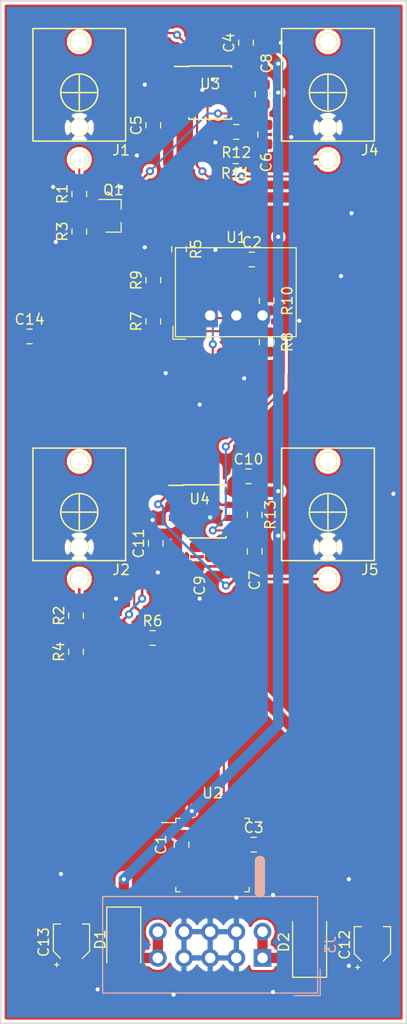
<source format=kicad_pcb>
(kicad_pcb (version 20171130) (host pcbnew 5.0.2+dfsg1-1~bpo9+1)
  (layers (0 F.Cu signal) (31 B.Cu signal) (34 B.Paste user) (35 F.Paste user) (36 B.SilkS user) (37 F.SilkS user) (38 B.Mask user) (39 F.Mask user) (44 Edge.Cuts user))
  (net 0 "")
  (net 1 "Net-(C6-Pad2)")
  (net 2 "Net-(C8-Pad1)")
  (net 3 GND)
  (net 4 "Net-(R10-Pad1)")
  (net 5 "Net-(J5-Pad1)")
  (net 6 "Net-(J4-Pad1)")
  (net 7 "Net-(C9-Pad1)")
  (net 8 "Net-(C7-Pad1)")
  (net 9 "Net-(C7-Pad2)")
  (net 10 "Net-(C6-Pad1)")
  (net 11 "Net-(R7-Pad2)")
  (net 12 "Net-(Q2-Pad3)")
  (net 13 +5V)
  (net 14 "Net-(J1-Pad1)")
  (net 15 "Net-(Q1-Pad1)")
  (net 16 "Net-(Q2-Pad1)")
  (net 17 "Net-(J2-Pad1)")
  (net 18 +12V)
  (net 19 "Net-(U2-Pad4)")
  (net 20 -12V)
  (net 21 "Net-(U1-Pad2)")
  (net 22 "Net-(U1-Pad12)")
  (net 23 "Net-(J4-Pad3)")
  (net 24 "Net-(J1-Pad3)")
  (net 25 "Net-(J5-Pad3)")
  (net 26 "Net-(D2-Pad1)")
  (net 27 "Net-(D1-Pad2)")
  (net 28 /-1.65V)
  (net 29 "Net-(R10-Pad2)")
  (net 30 "Net-(R11-Pad2)")
  (net 31 /1.65V)
  (net 32 "Net-(R8-Pad2)")
  (net 33 "Net-(R2-Pad2)")
  (net 34 "Net-(R6-Pad1)")
  (net 35 +3V3)
  (net 36 TRIG)
  (net 37 "Net-(R13-Pad2)")
  (net 38 DAC_OUT)
  (net 39 "Net-(U2-Pad2)")
  (net 40 "Net-(U2-Pad3)")
  (net 41 "Net-(U2-Pad5)")
  (net 42 "Net-(U2-Pad6)")
  (net 43 /nRST)
  (net 44 /ADC0)
  (net 45 /ADC1)
  (net 46 /ADC2)
  (net 47 /ADC3)
  (net 48 "Net-(J2-Pad6)")
  (net 49 /DAC2)
  (net 50 "Net-(U2-Pad19)")
  (net 51 "Net-(U2-Pad20)")
  (net 52 "Net-(U2-Pad21)")
  (net 53 "Net-(U2-Pad22)")
  (net 54 /Vrefsd)
  (net 55 "Net-(U2-Pad26)")
  (net 56 "Net-(U2-Pad27)")
  (net 57 "Net-(U2-Pad28)")
  (net 58 "Net-(U2-Pad29)")
  (net 59 /USART1_TX)
  (net 60 /USART1_RX)
  (net 61 "Net-(U2-Pad32)")
  (net 62 "Net-(U2-Pad33)")
  (net 63 "Net-(U2-Pad34)")
  (net 64 "Net-(U2-Pad35)")
  (net 65 "Net-(U2-Pad36)")
  (net 66 SWCLK)
  (net 67 SWDIO)
  (net 68 "Net-(J5-Pad2)")
  (net 69 "Net-(J5-Pad4)")
  (net 70 "Net-(J5-Pad5)")
  (net 71 /BOOT0)
  (net 72 "Net-(J5-Pad8)")
  (net 73 "Net-(J5-Pad9)")
  (module Capacitor_SMD:C_0805_2012Metric (layer F.Cu) (at 140.208 78.994)
    (fp_text reference C14 (at 0 -1.65) (layer F.SilkS))
    (fp_text value 1uF)
    (pad 1 smd roundrect (at -0.9375 0) (size 0.975 1.4) (layers F.Cu F.Paste F.Mask) (net 18 +12V))
    (pad 2 smd roundrect (at 0.9375 0) (size 0.975 1.4) (layers F.Cu F.Paste F.Mask) (net 3 GND))
  )
  (module Converter_DCDC:Converter_DCDC_RECOM_R-78E-0.5_THT (layer F.Cu) (at 157.734 76.962)
    (fp_text reference U1 (at 2.54 -7.56) (layer F.SilkS))
    (fp_text value R-783.3-0.5)
    (pad 1 thru_hole rect (at 0 0) (size 1.5 2.3) (drill 1) (layers *.Cu *.Mask) (net 18 +12V))
    (pad 2 thru_hole oval (at 2.54 0) (size 1.5 2.3) (drill 1) (layers *.Cu *.Mask) (net 3 GND))
    (pad 3 thru_hole oval (at 5.08 0) (size 1.5 2.3) (drill 1) (layers *.Cu *.Mask) (net 35 +3V3))
  )
  (module Package_QFP:LQFP-48_7x7mm_P0.5mm (layer F.Cu) (at 157.96 129.224)
    (fp_text reference U2 (at 0 -6) (layer F.SilkS))
    (fp_text value STM32F373CCTx)
    (pad 1 smd rect (at -4.35 -2.75) (size 1.3 0.25) (layers F.Cu F.Paste F.Mask) (net 35 +3V3))
    (pad 2 smd rect (at -4.35 -2.25) (size 1.3 0.25) (layers F.Cu F.Paste F.Mask) (net 39 "Net-(U2-Pad2)"))
    (pad 3 smd rect (at -4.35 -1.75) (size 1.3 0.25) (layers F.Cu F.Paste F.Mask) (net 40 "Net-(U2-Pad3)"))
    (pad 4 smd rect (at -4.35 -1.25) (size 1.3 0.25) (layers F.Cu F.Paste F.Mask) (net 19 "Net-(U2-Pad4)"))
    (pad 5 smd rect (at -4.35 -0.75) (size 1.3 0.25) (layers F.Cu F.Paste F.Mask) (net 41 "Net-(U2-Pad5)"))
    (pad 6 smd rect (at -4.35 -0.25) (size 1.3 0.25) (layers F.Cu F.Paste F.Mask) (net 42 "Net-(U2-Pad6)"))
    (pad 7 smd rect (at -4.35 0.25) (size 1.3 0.25) (layers F.Cu F.Paste F.Mask) (net 43 /nRST))
    (pad 8 smd rect (at -4.35 0.75) (size 1.3 0.25) (layers F.Cu F.Paste F.Mask) (net 3 GND))
    (pad 9 smd rect (at -4.35 1.25) (size 1.3 0.25) (layers F.Cu F.Paste F.Mask) (net 35 +3V3))
    (pad 10 smd rect (at -4.35 1.75) (size 1.3 0.25) (layers F.Cu F.Paste F.Mask) (net 44 /ADC0))
    (pad 11 smd rect (at -4.35 2.25) (size 1.3 0.25) (layers F.Cu F.Paste F.Mask) (net 45 /ADC1))
    (pad 12 smd rect (at -4.35 2.75) (size 1.3 0.25) (layers F.Cu F.Paste F.Mask) (net 46 /ADC2))
    (pad 13 smd rect (at -2.75 4.35 90) (size 1.3 0.25) (layers F.Cu F.Paste F.Mask) (net 47 /ADC3))
    (pad 14 smd rect (at -2.25 4.35 90) (size 1.3 0.25) (layers F.Cu F.Paste F.Mask) (net 38 DAC_OUT))
    (pad 15 smd rect (at -1.75 4.35 90) (size 1.3 0.25) (layers F.Cu F.Paste F.Mask) (net 48 "Net-(J2-Pad6)"))
    (pad 16 smd rect (at -1.25 4.35 90) (size 1.3 0.25) (layers F.Cu F.Paste F.Mask) (net 49 /DAC2))
    (pad 17 smd rect (at -0.75 4.35 90) (size 1.3 0.25) (layers F.Cu F.Paste F.Mask) (net 35 +3V3))
    (pad 18 smd rect (at -0.25 4.35 90) (size 1.3 0.25) (layers F.Cu F.Paste F.Mask) (net 36 TRIG))
    (pad 19 smd rect (at 0.25 4.35 90) (size 1.3 0.25) (layers F.Cu F.Paste F.Mask) (net 50 "Net-(U2-Pad19)"))
    (pad 20 smd rect (at 0.75 4.35 90) (size 1.3 0.25) (layers F.Cu F.Paste F.Mask) (net 51 "Net-(U2-Pad20)"))
    (pad 21 smd rect (at 1.25 4.35 90) (size 1.3 0.25) (layers F.Cu F.Paste F.Mask) (net 52 "Net-(U2-Pad21)"))
    (pad 22 smd rect (at 1.75 4.35 90) (size 1.3 0.25) (layers F.Cu F.Paste F.Mask) (net 53 "Net-(U2-Pad22)"))
    (pad 23 smd rect (at 2.25 4.35 90) (size 1.3 0.25) (layers F.Cu F.Paste F.Mask) (net 3 GND))
    (pad 24 smd rect (at 2.75 4.35 90) (size 1.3 0.25) (layers F.Cu F.Paste F.Mask) (net 35 +3V3))
    (pad 25 smd rect (at 4.35 2.75) (size 1.3 0.25) (layers F.Cu F.Paste F.Mask) (net 54 /Vrefsd))
    (pad 26 smd rect (at 4.35 2.25) (size 1.3 0.25) (layers F.Cu F.Paste F.Mask) (net 55 "Net-(U2-Pad26)"))
    (pad 27 smd rect (at 4.35 1.75) (size 1.3 0.25) (layers F.Cu F.Paste F.Mask) (net 56 "Net-(U2-Pad27)"))
    (pad 28 smd rect (at 4.35 1.25) (size 1.3 0.25) (layers F.Cu F.Paste F.Mask) (net 57 "Net-(U2-Pad28)"))
    (pad 29 smd rect (at 4.35 0.75) (size 1.3 0.25) (layers F.Cu F.Paste F.Mask) (net 58 "Net-(U2-Pad29)"))
    (pad 30 smd rect (at 4.35 0.25) (size 1.3 0.25) (layers F.Cu F.Paste F.Mask) (net 59 /USART1_TX))
    (pad 31 smd rect (at 4.35 -0.25) (size 1.3 0.25) (layers F.Cu F.Paste F.Mask) (net 60 /USART1_RX))
    (pad 32 smd rect (at 4.35 -0.75) (size 1.3 0.25) (layers F.Cu F.Paste F.Mask) (net 61 "Net-(U2-Pad32)"))
    (pad 33 smd rect (at 4.35 -1.25) (size 1.3 0.25) (layers F.Cu F.Paste F.Mask) (net 62 "Net-(U2-Pad33)"))
    (pad 34 smd rect (at 4.35 -1.75) (size 1.3 0.25) (layers F.Cu F.Paste F.Mask) (net 63 "Net-(U2-Pad34)"))
    (pad 35 smd rect (at 4.35 -2.25) (size 1.3 0.25) (layers F.Cu F.Paste F.Mask) (net 64 "Net-(U2-Pad35)"))
    (pad 36 smd rect (at 4.35 -2.75) (size 1.3 0.25) (layers F.Cu F.Paste F.Mask) (net 65 "Net-(U2-Pad36)"))
    (pad 37 smd rect (at 2.75 -4.35 90) (size 1.3 0.25) (layers F.Cu F.Paste F.Mask) (net 66 SWCLK))
    (pad 38 smd rect (at 2.25 -4.35 90) (size 1.3 0.25) (layers F.Cu F.Paste F.Mask) (net 67 SWDIO))
    (pad 39 smd rect (at 1.75 -4.35 90) (size 1.3 0.25) (layers F.Cu F.Paste F.Mask) (net 5 "Net-(J5-Pad1)"))
    (pad 40 smd rect (at 1.25 -4.35 90) (size 1.3 0.25) (layers F.Cu F.Paste F.Mask) (net 68 "Net-(J5-Pad2)"))
    (pad 41 smd rect (at 0.75 -4.35 90) (size 1.3 0.25) (layers F.Cu F.Paste F.Mask) (net 25 "Net-(J5-Pad3)"))
    (pad 42 smd rect (at 0.25 -4.35 90) (size 1.3 0.25) (layers F.Cu F.Paste F.Mask) (net 69 "Net-(J5-Pad4)"))
    (pad 43 smd rect (at -0.25 -4.35 90) (size 1.3 0.25) (layers F.Cu F.Paste F.Mask) (net 70 "Net-(J5-Pad5)"))
    (pad 44 smd rect (at -0.75 -4.35 90) (size 1.3 0.25) (layers F.Cu F.Paste F.Mask) (net 71 /BOOT0))
    (pad 45 smd rect (at -1.25 -4.35 90) (size 1.3 0.25) (layers F.Cu F.Paste F.Mask) (net 72 "Net-(J5-Pad8)"))
    (pad 46 smd rect (at -1.75 -4.35 90) (size 1.3 0.25) (layers F.Cu F.Paste F.Mask) (net 73 "Net-(J5-Pad9)"))
    (pad 47 smd rect (at -2.25 -4.35 90) (size 1.3 0.25) (layers F.Cu F.Paste F.Mask) (net 3 GND))
    (pad 48 smd rect (at -2.75 -4.35 90) (size 1.3 0.25) (layers F.Cu F.Paste F.Mask) (net 35 +3V3))
  )
  (module Capacitor_SMD:CP_Elec_3x5.3 (layer F.Cu) (at 144.272 137.668 90)
    (fp_text reference C13 (at 0 -2.7 90) (layer F.SilkS))
    (fp_text value CP1)
    (pad 2 smd rect (at 1.5 0 90) (size 2.2 1.6) (layers F.Cu F.Paste F.Mask) (net 3 GND))
    (pad 1 smd rect (at -1.5 0 90) (size 2.2 1.6) (layers F.Cu F.Paste F.Mask) (net 18 +12V))
  )
  (module Capacitor_SMD:CP_Elec_3x5.3 (layer F.Cu) (at 173.482 137.922 90)
    (fp_text reference C12 (at 0 -2.7 90) (layer F.SilkS))
    (fp_text value CP1)
    (pad 1 smd rect (at -1.5 0 90) (size 2.2 1.6) (layers F.Cu F.Paste F.Mask) (net 3 GND))
    (pad 2 smd rect (at 1.5 0 90) (size 2.2 1.6) (layers F.Cu F.Paste F.Mask) (net 20 -12V))
  )
  (module Diode_SMD:D_SMA (layer F.Cu) (at 149.352 137.668 270)
    (fp_text reference D1 (at -0.254 2.286 270) (layer F.SilkS))
    (fp_text value STTH102A)
    (pad 2 smd rect (at 2 0 270) (size 2.5 1.8) (layers F.Cu F.Paste F.Mask) (net 27 "Net-(D1-Pad2)"))
    (pad 1 smd rect (at -2 0 270) (size 2.5 1.8) (layers F.Cu F.Paste F.Mask) (net 18 +12V))
  )
  (module Diode_SMD:D_SMA (layer F.Cu) (at 167.386 137.668 90)
    (fp_text reference D2 (at 0 -2.5 90) (layer F.SilkS))
    (fp_text value STTH102A)
    (pad 1 smd rect (at -2 0 90) (size 2.5 1.8) (layers F.Cu F.Paste F.Mask) (net 26 "Net-(D2-Pad1)"))
    (pad 2 smd rect (at 2 0 90) (size 2.5 1.8) (layers F.Cu F.Paste F.Mask) (net 20 -12V))
  )
  (module Connector_IDC:IDC-Header_2x05_P2.54mm_Vertical (layer B.Cu) (at 162.814 139.192 90)
    (fp_text reference J3 (at 1.27 6.604 90) (layer B.SilkS) (effects (justify mirror)))
    (fp_text value Conn_02x05_Odd_Even)
    (pad 1 thru_hole rect (at 0 0 90) (size 1.7272 1.7272) (drill 1.016) (layers *.Cu *.Mask) (net 26 "Net-(D2-Pad1)"))
    (pad 2 thru_hole oval (at 2.54 0 90) (size 1.7272 1.7272) (drill 1.016) (layers *.Cu *.Mask) (net 26 "Net-(D2-Pad1)"))
    (pad 3 thru_hole oval (at 0 -2.54 90) (size 1.7272 1.7272) (drill 1.016) (layers *.Cu *.Mask) (net 3 GND))
    (pad 4 thru_hole oval (at 2.54 -2.54 90) (size 1.7272 1.7272) (drill 1.016) (layers *.Cu *.Mask) (net 3 GND))
    (pad 5 thru_hole oval (at 0 -5.08 90) (size 1.7272 1.7272) (drill 1.016) (layers *.Cu *.Mask) (net 3 GND))
    (pad 6 thru_hole oval (at 2.54 -5.08 90) (size 1.7272 1.7272) (drill 1.016) (layers *.Cu *.Mask) (net 3 GND))
    (pad 7 thru_hole oval (at 0 -7.62 90) (size 1.7272 1.7272) (drill 1.016) (layers *.Cu *.Mask) (net 3 GND))
    (pad 8 thru_hole oval (at 2.54 -7.62 90) (size 1.7272 1.7272) (drill 1.016) (layers *.Cu *.Mask) (net 3 GND))
    (pad 9 thru_hole oval (at 0 -10.16 90) (size 1.7272 1.7272) (drill 1.016) (layers *.Cu *.Mask) (net 27 "Net-(D1-Pad2)"))
    (pad 10 thru_hole oval (at 2.54 -10.16 90) (size 1.7272 1.7272) (drill 1.016) (layers *.Cu *.Mask) (net 27 "Net-(D1-Pad2)"))
  )
  (module Capacitor_SMD:C_0805_2012Metric (layer F.Cu) (at 154.96 128.224 270)
    (fp_text reference C1 (at 0 2 270) (layer F.SilkS))
    (fp_text value 1uF)
    (pad 2 smd roundrect (at 0.9375 0 270) (size 0.975 1.4) (layers F.Cu F.Paste F.Mask) (net 3 GND))
    (pad 1 smd roundrect (at -0.9375 0 270) (size 0.975 1.4) (layers F.Cu F.Paste F.Mask) (net 18 +12V))
  )
  (module Capacitor_SMD:C_0805_2012Metric (layer F.Cu) (at 161.7765 71.542)
    (fp_text reference C2 (at 0 -1.65) (layer F.SilkS))
    (fp_text value 1uF)
    (pad 2 smd roundrect (at 0.9375 0) (size 0.975 1.4) (layers F.Cu F.Paste F.Mask) (net 3 GND))
    (pad 1 smd roundrect (at -0.9375 0) (size 0.975 1.4) (layers F.Cu F.Paste F.Mask) (net 43 /nRST))
  )
  (module Capacitor_SMD:C_0805_2012Metric (layer F.Cu) (at 161.96 128.224)
    (fp_text reference C3 (at 0 -1.65) (layer F.SilkS))
    (fp_text value 1uF)
    (pad 2 smd roundrect (at 0.9375 0) (size 0.975 1.4) (layers F.Cu F.Paste F.Mask) (net 3 GND))
    (pad 1 smd roundrect (at -0.9375 0) (size 0.975 1.4) (layers F.Cu F.Paste F.Mask) (net 35 +3V3))
  )
  (module Capacitor_SMD:C_0805_2012Metric (layer F.Cu) (at 161.214 50.542 90)
    (fp_text reference C4 (at 0 -1.65 90) (layer F.SilkS))
    (fp_text value 1uF)
    (pad 2 smd roundrect (at 0.9375 0 90) (size 0.975 1.4) (layers F.Cu F.Paste F.Mask) (net 3 GND))
    (pad 1 smd roundrect (at -0.9375 0 90) (size 0.975 1.4) (layers F.Cu F.Paste F.Mask) (net 35 +3V3))
  )
  (module Capacitor_SMD:C_0805_2012Metric (layer F.Cu) (at 152.214 58.542 90)
    (fp_text reference C5 (at 0 -1.65 90) (layer F.SilkS))
    (fp_text value 1uF)
    (pad 2 smd roundrect (at 0.9375 0 90) (size 0.975 1.4) (layers F.Cu F.Paste F.Mask) (net 3 GND))
    (pad 1 smd roundrect (at -0.9375 0 90) (size 0.975 1.4) (layers F.Cu F.Paste F.Mask) (net 35 +3V3))
  )
  (module Capacitor_SMD:C_0805_2012Metric (layer F.Cu) (at 163.068 59.436 270)
    (fp_text reference C6 (at 2.688 -0.108 270) (layer F.SilkS))
    (fp_text value 1uF)
    (pad 2 smd roundrect (at 0.9375 0 270) (size 0.975 1.4) (layers F.Cu F.Paste F.Mask) (net 3 GND))
    (pad 1 smd roundrect (at -0.9375 0 270) (size 0.975 1.4) (layers F.Cu F.Paste F.Mask) (net 35 +3V3))
  )
  (module Capacitor_SMD:C_0805_2012Metric (layer F.Cu) (at 162.052 99.822 90)
    (fp_text reference C7 (at -2.794 0 90) (layer F.SilkS))
    (fp_text value 1uF)
    (pad 2 smd roundrect (at 0.9375 0 90) (size 0.975 1.4) (layers F.Cu F.Paste F.Mask) (net 3 GND))
    (pad 1 smd roundrect (at -0.9375 0 90) (size 0.975 1.4) (layers F.Cu F.Paste F.Mask) (net 35 +3V3))
  )
  (module Capacitor_SMD:C_0805_2012Metric (layer F.Cu) (at 162.814 55.542 270)
    (fp_text reference C8 (at -3 -0.4 270) (layer F.SilkS))
    (fp_text value 1uF)
    (pad 2 smd roundrect (at 0.9375 0 270) (size 0.975 1.4) (layers F.Cu F.Paste F.Mask) (net 3 GND))
    (pad 1 smd roundrect (at -0.9375 0 270) (size 0.975 1.4) (layers F.Cu F.Paste F.Mask) (net 35 +3V3))
  )
  (module Capacitor_SMD:C_0805_2012Metric (layer F.Cu) (at 156.464 100.33 270)
    (fp_text reference C9 (at 2.794 -0.254 270) (layer F.SilkS))
    (fp_text value 1uF)
    (pad 2 smd roundrect (at 0.9375 0 270) (size 0.975 1.4) (layers F.Cu F.Paste F.Mask) (net 3 GND))
    (pad 1 smd roundrect (at -0.9375 0 270) (size 0.975 1.4) (layers F.Cu F.Paste F.Mask) (net 18 +12V))
  )
  (module Capacitor_SMD:C_0805_2012Metric (layer F.Cu) (at 161.452 92.542)
    (fp_text reference C10 (at 0 -1.65) (layer F.SilkS))
    (fp_text value 1uF)
    (pad 2 smd roundrect (at 0.9375 0) (size 0.975 1.4) (layers F.Cu F.Paste F.Mask) (net 3 GND))
    (pad 1 smd roundrect (at -0.9375 0) (size 0.975 1.4) (layers F.Cu F.Paste F.Mask) (net 20 -12V))
  )
  (module Capacitor_SMD:C_0805_2012Metric (layer F.Cu) (at 152.452 99.042 90)
    (fp_text reference C11 (at 0 -1.65 90) (layer F.SilkS))
    (fp_text value 1uF)
    (pad 2 smd roundrect (at 0.9375 0 90) (size 0.975 1.4) (layers F.Cu F.Paste F.Mask) (net 3 GND))
    (pad 1 smd roundrect (at -0.9375 0 90) (size 0.975 1.4) (layers F.Cu F.Paste F.Mask) (net 20 -12V))
  )
  (module Eurocad:PJ301M-12 (layer F.Cu) (at 169.164 96.012)
    (fp_text reference J5 (at 4.064 5.588) (layer F.SilkS))
    (fp_text value Conn_01x10)
    (pad 3 thru_hole circle (at 0 -4.92) (size 1.8 1.8) (drill 1.6) (layers *.Cu *.Mask F.SilkS) (net 25 "Net-(J5-Pad3)"))
    (pad 1 thru_hole circle (at 0 6.48) (size 1.8 1.8) (drill 1.6) (layers *.Cu *.Mask F.SilkS) (net 5 "Net-(J5-Pad1)"))
    (pad 2 thru_hole circle (at 0 3.38) (size 1.8 1.8) (drill 1.6) (layers *.Cu *.Mask F.SilkS) (net 68 "Net-(J5-Pad2)"))
  )
  (module Eurocad:PJ301M-12 (layer F.Cu) (at 145.034 55.372)
    (fp_text reference J1 (at 4.064 5.588) (layer F.SilkS))
    (fp_text value Barrel_Jack_Switch)
    (pad 3 thru_hole circle (at 0 -4.92) (size 1.8 1.8) (drill 1.6) (layers *.Cu *.Mask F.SilkS) (net 24 "Net-(J1-Pad3)"))
    (pad 1 thru_hole circle (at 0 6.48) (size 1.8 1.8) (drill 1.6) (layers *.Cu *.Mask F.SilkS) (net 14 "Net-(J1-Pad1)"))
    (pad 2 thru_hole circle (at 0 3.38) (size 1.8 1.8) (drill 1.6) (layers *.Cu *.Mask F.SilkS) (net 3 GND))
  )
  (module Eurocad:PJ301M-12 (layer F.Cu) (at 145.034 96.012)
    (fp_text reference J2 (at 4.064 5.588) (layer F.SilkS))
    (fp_text value Conn_01x10)
    (pad 3 thru_hole circle (at 0 -4.92) (size 1.8 1.8) (drill 1.6) (layers *.Cu *.Mask F.SilkS) (net 46 /ADC2))
    (pad 1 thru_hole circle (at 0 6.48) (size 1.8 1.8) (drill 1.6) (layers *.Cu *.Mask F.SilkS) (net 44 /ADC0))
    (pad 2 thru_hole circle (at 0 3.38) (size 1.8 1.8) (drill 1.6) (layers *.Cu *.Mask F.SilkS) (net 45 /ADC1))
  )
  (module Eurocad:PJ301M-12 (layer F.Cu) (at 169.164 55.372)
    (fp_text reference J4 (at 4.064 5.588) (layer F.SilkS))
    (fp_text value Barrel_Jack_Switch)
    (pad 3 thru_hole circle (at 0 -4.92) (size 1.8 1.8) (drill 1.6) (layers *.Cu *.Mask F.SilkS) (net 23 "Net-(J4-Pad3)"))
    (pad 1 thru_hole circle (at 0 6.48) (size 1.8 1.8) (drill 1.6) (layers *.Cu *.Mask F.SilkS) (net 6 "Net-(J4-Pad1)"))
    (pad 2 thru_hole circle (at 0 3.38) (size 1.8 1.8) (drill 1.6) (layers *.Cu *.Mask F.SilkS) (net 3 GND))
  )
  (module Package_SO:SOIC-8_3.9x4.9mm_P1.27mm (layer F.Cu) (at 157.734 55.372)
    (fp_text reference U3 (at 0 -0.83) (layer F.SilkS))
    (fp_text value LM2904DR)
    (pad 8 smd rect (at 2.7 -1.905) (size 1.55 0.6) (layers F.Cu F.Paste F.Mask) (net 18 +12V))
    (pad 7 smd rect (at 2.7 -0.635) (size 1.55 0.6) (layers F.Cu F.Paste F.Mask) (net 31 /1.65V))
    (pad 6 smd rect (at 2.7 0.635) (size 1.55 0.6) (layers F.Cu F.Paste F.Mask) (net 31 /1.65V))
    (pad 5 smd rect (at 2.7 1.905) (size 1.55 0.6) (layers F.Cu F.Paste F.Mask) (net 34 "Net-(R6-Pad1)"))
    (pad 4 smd rect (at -2.7 1.905) (size 1.55 0.6) (layers F.Cu F.Paste F.Mask) (net 20 -12V))
    (pad 3 smd rect (at -2.7 0.635) (size 1.55 0.6) (layers F.Cu F.Paste F.Mask) (net 3 GND))
    (pad 2 smd rect (at -2.7 -0.635) (size 1.55 0.6) (layers F.Cu F.Paste F.Mask) (net 29 "Net-(R10-Pad2)"))
    (pad 1 smd rect (at -2.7 -1.905) (size 1.55 0.6) (layers F.Cu F.Paste F.Mask) (net 28 /-1.65V))
  )
  (module Package_SO:SOIC-8_3.9x4.9mm_P1.27mm (layer F.Cu) (at 157.202 95.942)
    (fp_text reference U4 (at -0.484 -1.2) (layer F.SilkS))
    (fp_text value LM2904DR)
    (pad 8 smd rect (at 2.7 -1.905) (size 1.55 0.6) (layers F.Cu F.Paste F.Mask) (net 18 +12V))
    (pad 7 smd rect (at 2.7 -0.635) (size 1.55 0.6) (layers F.Cu F.Paste F.Mask) (net 32 "Net-(R8-Pad2)"))
    (pad 6 smd rect (at 2.7 0.635) (size 1.55 0.6) (layers F.Cu F.Paste F.Mask) (net 33 "Net-(R2-Pad2)"))
    (pad 5 smd rect (at 2.7 1.905) (size 1.55 0.6) (layers F.Cu F.Paste F.Mask) (net 3 GND))
    (pad 4 smd rect (at -2.7 1.905) (size 1.55 0.6) (layers F.Cu F.Paste F.Mask) (net 20 -12V))
    (pad 3 smd rect (at -2.7 0.635) (size 1.55 0.6) (layers F.Cu F.Paste F.Mask) (net 3 GND))
    (pad 2 smd rect (at -2.7 -0.635) (size 1.55 0.6) (layers F.Cu F.Paste F.Mask) (net 30 "Net-(R11-Pad2)"))
    (pad 1 smd rect (at -2.7 -1.905) (size 1.55 0.6) (layers F.Cu F.Paste F.Mask) (net 6 "Net-(J4-Pad1)"))
  )
  (module Package_TO_SOT_SMD:SOT-23 (layer F.Cu) (at 148.336 67.31)
    (fp_text reference Q1 (at 0 -2.5) (layer F.SilkS))
    (fp_text value MMBT3904)
    (pad 3 smd rect (at 1 0) (size 0.9 0.8) (layers F.Cu F.Paste F.Mask) (net 36 TRIG))
    (pad 2 smd rect (at -1 0.95) (size 0.9 0.8) (layers F.Cu F.Paste F.Mask) (net 3 GND))
    (pad 1 smd rect (at -1 -0.95) (size 0.9 0.8) (layers F.Cu F.Paste F.Mask) (net 15 "Net-(Q1-Pad1)"))
  )
  (module Resistor_SMD:R_0805_2012Metric (layer F.Cu) (at 154.714 70.542 270)
    (fp_text reference R5 (at 0 -1.65 270) (layer F.SilkS))
    (fp_text value 10k)
    (pad 2 smd roundrect (at 0.9375 0 270) (size 0.975 1.4) (layers F.Cu F.Paste F.Mask) (net 35 +3V3))
    (pad 1 smd roundrect (at -0.9375 0 270) (size 0.975 1.4) (layers F.Cu F.Paste F.Mask) (net 36 TRIG))
  )
  (module Resistor_SMD:R_0805_2012Metric (layer F.Cu) (at 144.714 109.542 90)
    (fp_text reference R4 (at 0 -1.65 90) (layer F.SilkS))
    (fp_text value 1M)
    (pad 2 smd roundrect (at 0.9375 0 90) (size 0.975 1.4) (layers F.Cu F.Paste F.Mask) (net 33 "Net-(R2-Pad2)"))
    (pad 1 smd roundrect (at -0.9375 0 90) (size 0.975 1.4) (layers F.Cu F.Paste F.Mask) (net 28 /-1.65V))
  )
  (module Resistor_SMD:R_0805_2012Metric (layer F.Cu) (at 145.034 68.834 90)
    (fp_text reference R3 (at 0 -1.65 90) (layer F.SilkS))
    (fp_text value 1M)
    (pad 2 smd roundrect (at 0.9375 0 90) (size 0.975 1.4) (layers F.Cu F.Paste F.Mask) (net 15 "Net-(Q1-Pad1)"))
    (pad 1 smd roundrect (at -0.9375 0 90) (size 0.975 1.4) (layers F.Cu F.Paste F.Mask) (net 3 GND))
  )
  (module Resistor_SMD:R_0805_2012Metric (layer F.Cu) (at 144.714 106.042 90)
    (fp_text reference R2 (at 0 -1.65 90) (layer F.SilkS))
    (fp_text value 1M)
    (pad 2 smd roundrect (at 0.9375 0 90) (size 0.975 1.4) (layers F.Cu F.Paste F.Mask) (net 33 "Net-(R2-Pad2)"))
    (pad 1 smd roundrect (at -0.9375 0 90) (size 0.975 1.4) (layers F.Cu F.Paste F.Mask) (net 37 "Net-(R13-Pad2)"))
  )
  (module Resistor_SMD:R_0805_2012Metric (layer F.Cu) (at 145.034 65.1995 90)
    (fp_text reference R1 (at 0 -1.65 90) (layer F.SilkS))
    (fp_text value 100k)
    (pad 2 smd roundrect (at 0.9375 0 90) (size 0.975 1.4) (layers F.Cu F.Paste F.Mask) (net 14 "Net-(J1-Pad1)"))
    (pad 1 smd roundrect (at -0.9375 0 90) (size 0.975 1.4) (layers F.Cu F.Paste F.Mask) (net 15 "Net-(Q1-Pad1)"))
  )
  (module Resistor_SMD:R_0805_2012Metric (layer F.Cu) (at 152.146 108.204)
    (fp_text reference R6 (at 0 -1.65) (layer F.SilkS))
    (fp_text value 1M)
    (pad 2 smd roundrect (at 0.9375 0) (size 0.975 1.4) (layers F.Cu F.Paste F.Mask) (net 35 +3V3))
    (pad 1 smd roundrect (at -0.9375 0) (size 0.975 1.4) (layers F.Cu F.Paste F.Mask) (net 34 "Net-(R6-Pad1)"))
  )
  (module Resistor_SMD:R_0805_2012Metric (layer F.Cu) (at 152.214 77.542 90)
    (fp_text reference R7 (at 0 -1.65 90) (layer F.SilkS))
    (fp_text value 1M)
    (pad 2 smd roundrect (at 0.9375 0 90) (size 0.975 1.4) (layers F.Cu F.Paste F.Mask) (net 34 "Net-(R6-Pad1)"))
    (pad 1 smd roundrect (at -0.9375 0 90) (size 0.975 1.4) (layers F.Cu F.Paste F.Mask) (net 3 GND))
  )
  (module Resistor_SMD:R_0805_2012Metric (layer F.Cu) (at 163.214 79.542 90)
    (fp_text reference R8 (at 0 2 90) (layer F.SilkS))
    (fp_text value 1M)
    (pad 2 smd roundrect (at 0.9375 0 90) (size 0.975 1.4) (layers F.Cu F.Paste F.Mask) (net 32 "Net-(R8-Pad2)"))
    (pad 1 smd roundrect (at -0.9375 0 90) (size 0.975 1.4) (layers F.Cu F.Paste F.Mask) (net 33 "Net-(R2-Pad2)"))
  )
  (module Resistor_SMD:R_0805_2012Metric (layer F.Cu) (at 152.214 73.542 90)
    (fp_text reference R9 (at 0 -1.65 90) (layer F.SilkS))
    (fp_text value 100k)
    (pad 2 smd roundrect (at 0.9375 0 90) (size 0.975 1.4) (layers F.Cu F.Paste F.Mask) (net 30 "Net-(R11-Pad2)"))
    (pad 1 smd roundrect (at -0.9375 0 90) (size 0.975 1.4) (layers F.Cu F.Paste F.Mask) (net 32 "Net-(R8-Pad2)"))
  )
  (module Resistor_SMD:R_0805_2012Metric (layer F.Cu) (at 160.274 59.182)
    (fp_text reference R12 (at 0 2) (layer F.SilkS))
    (fp_text value 1M)
    (pad 2 smd roundrect (at 0.9375 0) (size 0.975 1.4) (layers F.Cu F.Paste F.Mask) (net 28 /-1.65V))
    (pad 1 smd roundrect (at -0.9375 0) (size 0.975 1.4) (layers F.Cu F.Paste F.Mask) (net 29 "Net-(R10-Pad2)"))
  )
  (module Resistor_SMD:R_0805_2012Metric (layer F.Cu) (at 162.052 96.266 90)
    (fp_text reference R13 (at 0 1.524 90) (layer F.SilkS))
    (fp_text value 0R)
    (pad 2 smd roundrect (at 0.9375 0 90) (size 0.975 1.4) (layers F.Cu F.Paste F.Mask) (net 37 "Net-(R13-Pad2)"))
    (pad 1 smd roundrect (at -0.9375 0 90) (size 0.975 1.4) (layers F.Cu F.Paste F.Mask) (net 38 DAC_OUT))
  )
  (module Resistor_SMD:R_0805_2012Metric (layer F.Cu) (at 163.214 75.542 90)
    (fp_text reference R10 (at 0 2 90) (layer F.SilkS))
    (fp_text value 1M)
    (pad 2 smd roundrect (at 0.9375 0 90) (size 0.975 1.4) (layers F.Cu F.Paste F.Mask) (net 29 "Net-(R10-Pad2)"))
    (pad 1 smd roundrect (at -0.9375 0 90) (size 0.975 1.4) (layers F.Cu F.Paste F.Mask) (net 31 /1.65V))
  )
  (module Resistor_SMD:R_0805_2012Metric (layer F.Cu) (at 160.214 61.542 180)
    (fp_text reference R11 (at 0 -1.65 180) (layer F.SilkS))
    (fp_text value 600k)
    (pad 2 smd roundrect (at 0.9375 0 180) (size 0.975 1.4) (layers F.Cu F.Paste F.Mask) (net 30 "Net-(R11-Pad2)"))
    (pad 1 smd roundrect (at -0.9375 0 180) (size 0.975 1.4) (layers F.Cu F.Paste F.Mask) (net 6 "Net-(J4-Pad1)"))
  )
  (gr_line (start 162.56 132.842) (end 162.56 129.794) (layer B.SilkS) (width 1))
  (gr_line (start 176.784 145.542) (end 137.414 145.542) (layer Edge.Cuts) (width 0.15))
  (gr_line (start 176.784 46.482) (end 176.784 145.542) (layer Edge.Cuts) (width 0.15))
  (gr_line (start 137.414 46.482) (end 176.784 46.482) (layer Edge.Cuts) (width 0.15))
  (gr_line (start 137.414 145.542) (end 137.414 46.482) (layer Edge.Cuts) (width 0.15))
  (segment (start 161.8995 61.542) (end 163.068 60.3735) (width 0.2) (layer F.Cu) (net 1))
  (segment (start 161.1515 61.542) (end 161.8995 61.542) (width 0.2) (layer F.Cu) (net 1))
  (segment (start 163.068 60.3735) (end 160.4495 60.3735) (width 0.2) (layer F.Cu) (net 1))
  (segment (start 160.4495 60.3735) (end 160.274 60.198) (width 0.2) (layer F.Cu) (net 1))
  (segment (start 160.274 58.650506) (end 161.012506 57.912) (width 0.2) (layer F.Cu) (net 1))
  (segment (start 160.274 60.198) (end 160.274 58.650506) (width 0.2) (layer F.Cu) (net 1))
  (segment (start 161.414002 57.912) (end 161.544 57.782002) (width 0.2) (layer F.Cu) (net 1))
  (segment (start 161.012506 57.912) (end 161.414002 57.912) (width 0.2) (layer F.Cu) (net 1))
  (segment (start 160.909 56.007) (end 160.434 56.007) (width 0.2) (layer F.Cu) (net 1))
  (segment (start 161.544 56.642) (end 160.909 56.007) (width 0.2) (layer F.Cu) (net 1))
  (segment (start 161.544 57.782002) (end 161.544 56.642) (width 0.2) (layer F.Cu) (net 1))
  (segment (start 159.959 54.737) (end 160.434 54.737) (width 0.2) (layer F.Cu) (net 2))
  (segment (start 158.707737 52.098237) (end 158.707737 53.485737) (width 0.2) (layer F.Cu) (net 2))
  (segment (start 158.1515 51.542) (end 158.707737 52.098237) (width 0.2) (layer F.Cu) (net 2))
  (segment (start 162.6815 54.737) (end 162.814 54.6045) (width 0.2) (layer F.Cu) (net 2))
  (segment (start 160.434 54.737) (end 162.6815 54.737) (width 0.2) (layer F.Cu) (net 2))
  (segment (start 157.48 60.452) (end 157.48 55.814) (width 0.2) (layer F.Cu) (net 2))
  (segment (start 158.707737 53.485737) (end 159.258 54.036) (width 0.2) (layer F.Cu) (net 2))
  (segment (start 158.57 61.542) (end 157.48 60.452) (width 0.2) (layer F.Cu) (net 2))
  (segment (start 159.258 54.036) (end 159.959 54.737) (width 0.2) (layer F.Cu) (net 2))
  (segment (start 157.48 55.814) (end 159.258 54.036) (width 0.2) (layer F.Cu) (net 2))
  (segment (start 159.2765 61.542) (end 158.57 61.542) (width 0.2) (layer F.Cu) (net 2))
  (via (at 157.734 96.52) (size 0.8) (drill 0.4) (layers F.Cu B.Cu) (net 3))
  (via (at 152.654 101.854) (size 0.8) (drill 0.4) (layers F.Cu B.Cu) (net 3))
  (via (at 152.146 96.774) (size 0.8) (drill 0.4) (layers F.Cu B.Cu) (net 3))
  (via (at 148.59 104.394) (size 0.8) (drill 0.4) (layers F.Cu B.Cu) (net 3))
  (via (at 156.718 104.394) (size 0.8) (drill 0.4) (layers F.Cu B.Cu) (net 3))
  (via (at 175.514 94.234) (size 0.8) (drill 0.4) (layers F.Cu B.Cu) (net 3))
  (via (at 163.83 133.096) (size 0.8) (drill 0.4) (layers F.Cu B.Cu) (net 3))
  (via (at 163.83 142.494) (size 0.8) (drill 0.4) (layers F.Cu B.Cu) (net 3))
  (via (at 146.812 142.24) (size 0.8) (drill 0.4) (layers F.Cu B.Cu) (net 3))
  (via (at 143.256 131.064) (size 0.8) (drill 0.4) (layers F.Cu B.Cu) (net 3))
  (via (at 171.196 139.954) (size 0.8) (drill 0.4) (layers F.Cu B.Cu) (net 3))
  (via (at 171.196 131.572) (size 0.8) (drill 0.4) (layers F.Cu B.Cu) (net 3))
  (via (at 153.416 82.55) (size 0.8) (drill 0.4) (layers F.Cu B.Cu) (net 3))
  (via (at 156.718 85.598) (size 0.8) (drill 0.4) (layers F.Cu B.Cu) (net 3))
  (via (at 151.384 70.358) (size 0.8) (drill 0.4) (layers F.Cu B.Cu) (net 3))
  (via (at 158.242 70.612) (size 0.8) (drill 0.4) (layers F.Cu B.Cu) (net 3))
  (via (at 166.37 77.47) (size 0.8) (drill 0.4) (layers F.Cu B.Cu) (net 3))
  (via (at 161.036 83.058) (size 0.8) (drill 0.4) (layers F.Cu B.Cu) (net 3))
  (via (at 149.098 64.516) (size 0.8) (drill 0.4) (layers F.Cu B.Cu) (net 3))
  (via (at 142.494 64.516) (size 0.8) (drill 0.4) (layers F.Cu B.Cu) (net 3))
  (via (at 142.748 69.85) (size 0.8) (drill 0.4) (layers F.Cu B.Cu) (net 3))
  (via (at 150.622 61.468) (size 0.8) (drill 0.4) (layers F.Cu B.Cu) (net 3))
  (via (at 151.384 54.61) (size 0.8) (drill 0.4) (layers F.Cu B.Cu) (net 3))
  (via (at 164.592 50.546) (size 0.8) (drill 0.4) (layers F.Cu B.Cu) (net 3))
  (via (at 157.988 54.102) (size 0.8) (drill 0.4) (layers F.Cu B.Cu) (net 3))
  (via (at 156.972 55.118) (size 0.8) (drill 0.4) (layers F.Cu B.Cu) (net 3))
  (via (at 165.608 59.69) (size 0.8) (drill 0.4) (layers F.Cu B.Cu) (net 3))
  (via (at 171.45 67.056) (size 0.8) (drill 0.4) (layers F.Cu B.Cu) (net 3))
  (via (at 170.434 73.152) (size 0.8) (drill 0.4) (layers F.Cu B.Cu) (net 3))
  (via (at 160.274 133.35) (size 0.8) (drill 0.4) (layers F.Cu B.Cu) (net 3))
  (via (at 154.178 142.748) (size 0.8) (drill 0.4) (layers F.Cu B.Cu) (net 3))
  (via (at 158.242 60.198) (size 0.8) (drill 0.4) (layers F.Cu B.Cu) (net 3))
  (segment (start 163.214 76.4795) (end 163.214 78.6045) (width 0.25) (layer F.Cu) (net 4))
  (via (at 157.988 97.79) (size 0.8) (drill 0.4) (layers F.Cu B.Cu) (net 4))
  (segment (start 159.845 97.79) (end 159.902 97.847) (width 0.2) (layer F.Cu) (net 4))
  (segment (start 163.214 78.6045) (end 164.014 78.6045) (width 0.25) (layer F.Cu) (net 4))
  (segment (start 164.014 78.6045) (end 164.846 79.4365) (width 0.25) (layer F.Cu) (net 4))
  (segment (start 164.846 79.4365) (end 164.846 82.55) (width 0.25) (layer F.Cu) (net 4))
  (segment (start 157.988 97.79) (end 159.845 97.79) (width 0.2) (layer F.Cu) (net 4))
  (segment (start 164.846 82.55) (end 164.846 84.074) (width 0.2) (layer F.Cu) (net 4))
  (segment (start 164.846 84.074) (end 159.258 89.662) (width 0.2) (layer F.Cu) (net 4))
  (via (at 159.258 89.662) (size 0.8) (drill 0.4) (layers F.Cu B.Cu) (net 4))
  (segment (start 159.258 96.52) (end 157.988 97.79) (width 0.2) (layer B.Cu) (net 4))
  (segment (start 159.258 89.662) (end 159.258 96.52) (width 0.2) (layer B.Cu) (net 4))
  (segment (start 154.178 92.1235) (end 156.6395 92.1235) (width 0.25) (layer F.Cu) (net 3))
  (segment (start 156.561 92.202) (end 156.2885 92.202) (width 0.25) (layer F.Cu) (net 3))
  (segment (start 156.6395 92.1235) (end 156.561 92.202) (width 0.25) (layer F.Cu) (net 3))
  (segment (start 156.2885 95.2655) (end 156.2885 92.202) (width 0.25) (layer F.Cu) (net 3))
  (segment (start 154.977 96.577) (end 156.2885 95.2655) (width 0.25) (layer F.Cu) (net 3))
  (segment (start 154.502 96.577) (end 154.977 96.577) (width 0.25) (layer F.Cu) (net 3))
  (segment (start 153.15299 91.27351) (end 153.15299 93.20899) (width 0.25) (layer F.Cu) (net 5))
  (segment (start 154.178 90.2485) (end 153.15299 91.27351) (width 0.25) (layer F.Cu) (net 5))
  (segment (start 153.19899 93.20899) (end 154.027 94.037) (width 0.25) (layer F.Cu) (net 5))
  (segment (start 154.027 94.037) (end 154.502 94.037) (width 0.25) (layer F.Cu) (net 5))
  (segment (start 153.15299 93.20899) (end 153.19899 93.20899) (width 0.25) (layer F.Cu) (net 5))
  (segment (start 169.164 102.492) (end 160.144 102.492) (width 0.25) (layer F.Cu) (net 5))
  (segment (start 160.144 102.492) (end 159.512 103.124) (width 0.25) (layer F.Cu) (net 5))
  (via (at 159.258 103.124) (size 0.8) (drill 0.4) (layers F.Cu B.Cu) (net 5))
  (segment (start 159.512 103.124) (end 159.258 103.124) (width 0.25) (layer F.Cu) (net 5))
  (segment (start 159.258 103.124) (end 153.162 97.028) (width 0.25) (layer B.Cu) (net 5))
  (segment (start 153.162 97.028) (end 153.162 95.504) (width 0.25) (layer B.Cu) (net 5))
  (segment (start 153.162 95.504) (end 152.908 95.25) (width 0.25) (layer B.Cu) (net 5))
  (via (at 152.677 95.25) (size 0.8) (drill 0.4) (layers F.Cu B.Cu) (net 5))
  (segment (start 152.908 95.25) (end 152.677 95.25) (width 0.25) (layer B.Cu) (net 5))
  (segment (start 153.89 94.037) (end 154.502 94.037) (width 0.25) (layer F.Cu) (net 5))
  (segment (start 152.677 95.25) (end 153.89 94.037) (width 0.25) (layer F.Cu) (net 5))
  (segment (start 154.059 53.467) (end 155.034 53.467) (width 0.2) (layer F.Cu) (net 6))
  (segment (start 152.214 52.067) (end 153.614 53.467) (width 0.2) (layer F.Cu) (net 6))
  (segment (start 152.214 51.4795) (end 152.214 52.067) (width 0.2) (layer F.Cu) (net 6))
  (segment (start 167.891208 61.852) (end 166.243208 63.5) (width 0.2) (layer F.Cu) (net 6))
  (segment (start 169.164 61.852) (end 167.891208 61.852) (width 0.2) (layer F.Cu) (net 6))
  (segment (start 166.243208 63.5) (end 160.782 63.5) (width 0.2) (layer F.Cu) (net 6))
  (segment (start 157.48 63.5) (end 156.972 62.992) (width 0.2) (layer F.Cu) (net 6))
  (segment (start 156.464 55.821998) (end 156.014002 55.372) (width 0.2) (layer F.Cu) (net 6))
  (segment (start 156.464 62.484) (end 156.464 55.821998) (width 0.2) (layer F.Cu) (net 6))
  (segment (start 154.053998 55.372) (end 153.67 54.988002) (width 0.2) (layer F.Cu) (net 6))
  (segment (start 156.014002 55.372) (end 154.053998 55.372) (width 0.2) (layer F.Cu) (net 6))
  (segment (start 153.67 54.485998) (end 153.67 53.467) (width 0.2) (layer F.Cu) (net 6))
  (segment (start 153.67 54.988002) (end 153.67 54.485998) (width 0.2) (layer F.Cu) (net 6))
  (segment (start 153.67 53.467) (end 154.059 53.467) (width 0.2) (layer F.Cu) (net 6))
  (segment (start 153.614 53.467) (end 153.67 53.467) (width 0.2) (layer F.Cu) (net 6))
  (segment (start 156.972 62.992) (end 156.464 62.484) (width 0.2) (layer F.Cu) (net 6))
  (via (at 156.972 62.992) (size 0.8) (drill 0.4) (layers F.Cu B.Cu) (net 6))
  (segment (start 160.782 63.5) (end 157.48 63.5) (width 0.2) (layer F.Cu) (net 6))
  (via (at 160.782 63.5) (size 0.8) (drill 0.4) (layers F.Cu B.Cu) (net 6))
  (segment (start 154.339 49.6045) (end 154.5185 49.784) (width 0.2) (layer F.Cu) (net 29))
  (segment (start 152.214 49.6045) (end 154.339 49.6045) (width 0.2) (layer F.Cu) (net 29))
  (segment (start 155.509 54.737) (end 155.034 54.737) (width 0.2) (layer F.Cu) (net 29))
  (segment (start 156.832737 53.413263) (end 155.509 54.737) (width 0.2) (layer F.Cu) (net 29))
  (segment (start 156.832737 52.098237) (end 156.832737 53.413263) (width 0.2) (layer F.Cu) (net 29))
  (segment (start 156.2765 51.542) (end 156.832737 52.098237) (width 0.2) (layer F.Cu) (net 29))
  (segment (start 154.5185 49.784) (end 156.2765 51.542) (width 0.2) (layer F.Cu) (net 29))
  (via (at 154.5185 49.784) (size 0.8) (drill 0.4) (layers F.Cu B.Cu) (net 29))
  (segment (start 158.1635 92.202) (end 158.1635 94.6635) (width 0.25) (layer F.Cu) (net 7))
  (segment (start 158.807 95.307) (end 159.902 95.307) (width 0.25) (layer F.Cu) (net 7))
  (segment (start 158.1635 94.6635) (end 158.807 95.307) (width 0.25) (layer F.Cu) (net 7))
  (segment (start 162.0305 95.307) (end 162.052 95.3285) (width 0.25) (layer F.Cu) (net 7))
  (segment (start 159.902 95.307) (end 162.0305 95.307) (width 0.25) (layer F.Cu) (net 7))
  (segment (start 156.464 96.363) (end 158.1635 94.6635) (width 0.25) (layer F.Cu) (net 7))
  (segment (start 156.464 99.3925) (end 156.464 96.363) (width 0.25) (layer F.Cu) (net 7))
  (segment (start 161.1145 99.822) (end 162.052 100.7595) (width 0.25) (layer F.Cu) (net 8))
  (segment (start 160.1955 99.822) (end 161.1145 99.822) (width 0.25) (layer F.Cu) (net 8))
  (segment (start 158.75 101.2675) (end 160.1955 99.822) (width 0.25) (layer F.Cu) (net 8))
  (segment (start 156.464 101.2675) (end 158.75 101.2675) (width 0.25) (layer F.Cu) (net 8))
  (segment (start 161.4255 96.577) (end 162.052 97.2035) (width 0.25) (layer F.Cu) (net 9))
  (segment (start 159.902 96.577) (end 161.4255 96.577) (width 0.25) (layer F.Cu) (net 9))
  (segment (start 162.052 97.2035) (end 162.052 98.8845) (width 0.25) (layer F.Cu) (net 9))
  (segment (start 162.3845 59.182) (end 163.068 58.4985) (width 0.2) (layer F.Cu) (net 10))
  (segment (start 161.2115 59.182) (end 162.3845 59.182) (width 0.2) (layer F.Cu) (net 10))
  (segment (start 163.068 56.7335) (end 162.814 56.4795) (width 0.2) (layer F.Cu) (net 10))
  (segment (start 163.068 58.4985) (end 163.068 56.7335) (width 0.2) (layer F.Cu) (net 10))
  (segment (start 152.214 76.6045) (end 152.214 75.252) (width 0.25) (layer F.Cu) (net 11))
  (segment (start 152.214 75.252) (end 152.214 74.4795) (width 0.25) (layer F.Cu) (net 11))
  (segment (start 148.585999 71.651499) (end 148.585999 66.298001) (width 0.2) (layer F.Cu) (net 11))
  (segment (start 151.414 74.4795) (end 148.585999 71.651499) (width 0.2) (layer F.Cu) (net 11))
  (segment (start 152.214 74.4795) (end 151.414 74.4795) (width 0.2) (layer F.Cu) (net 11))
  (via (at 151.892 62.992) (size 0.8) (drill 0.4) (layers F.Cu B.Cu) (net 11))
  (segment (start 148.585999 66.298001) (end 151.892 62.992) (width 0.2) (layer F.Cu) (net 11))
  (segment (start 151.892 62.992) (end 152.291999 62.592001) (width 0.2) (layer B.Cu) (net 11))
  (segment (start 152.291999 62.592001) (end 157.48 57.404) (width 0.2) (layer B.Cu) (net 11))
  (via (at 158.496 57.404) (size 0.8) (drill 0.4) (layers F.Cu B.Cu) (net 11))
  (segment (start 157.48 57.404) (end 158.496 57.404) (width 0.2) (layer B.Cu) (net 11))
  (segment (start 160.307 57.404) (end 160.434 57.277) (width 0.2) (layer F.Cu) (net 11))
  (segment (start 158.496 57.404) (end 160.307 57.404) (width 0.2) (layer F.Cu) (net 11))
  (segment (start 160.884 79.502) (end 161.9 80.518) (width 0.25) (layer F.Cu) (net 33))
  (segment (start 160.434 79.502) (end 160.884 79.502) (width 0.25) (layer F.Cu) (net 33))
  (segment (start 161.9385 80.4795) (end 163.214 80.4795) (width 0.25) (layer F.Cu) (net 33))
  (segment (start 161.9 80.518) (end 161.9385 80.4795) (width 0.25) (layer F.Cu) (net 33))
  (segment (start 154.7865 78.4795) (end 155.034 78.232) (width 0.25) (layer F.Cu) (net 3))
  (segment (start 152.214 78.4795) (end 154.7865 78.4795) (width 0.25) (layer F.Cu) (net 3))
  (segment (start 148.714 106.892) (end 149.098 106.508) (width 0.25) (layer F.Cu) (net 12))
  (segment (start 148.714 107.542) (end 148.714 106.892) (width 0.25) (layer F.Cu) (net 12))
  (segment (start 151.638 93.9795) (end 151.638 95.952) (width 0.25) (layer F.Cu) (net 12))
  (via (at 151.13 104.394) (size 0.8) (drill 0.4) (layers F.Cu B.Cu) (net 12))
  (via (at 149.86 105.918) (size 0.8) (drill 0.4) (layers F.Cu B.Cu) (net 12))
  (segment (start 149.27 106.508) (end 149.86 105.918) (width 0.25) (layer F.Cu) (net 12))
  (segment (start 149.098 106.508) (end 149.27 106.508) (width 0.25) (layer F.Cu) (net 12))
  (segment (start 149.86 105.664) (end 151.13 104.394) (width 0.25) (layer B.Cu) (net 12))
  (segment (start 149.86 105.918) (end 149.86 105.664) (width 0.25) (layer B.Cu) (net 12))
  (segment (start 152.95201 87.83999) (end 157.988 82.804) (width 0.2) (layer F.Cu) (net 12))
  (segment (start 157.988 82.804) (end 157.988 79.756) (width 0.2) (layer F.Cu) (net 12))
  (segment (start 159.484 76.962) (end 159.23 77.216) (width 0.2) (layer F.Cu) (net 12))
  (segment (start 160.434 76.962) (end 159.484 76.962) (width 0.2) (layer F.Cu) (net 12))
  (segment (start 159.23 77.216) (end 158.242 77.216) (width 0.2) (layer F.Cu) (net 12))
  (via (at 157.988 77.216) (size 0.8) (drill 0.4) (layers F.Cu B.Cu) (net 12))
  (segment (start 158.242 77.216) (end 157.988 77.216) (width 0.2) (layer F.Cu) (net 12))
  (segment (start 157.988 77.216) (end 157.988 79.248) (width 0.2) (layer B.Cu) (net 12))
  (segment (start 157.988 79.248) (end 157.988 79.756) (width 0.2) (layer B.Cu) (net 12))
  (via (at 157.988 79.756) (size 0.8) (drill 0.4) (layers F.Cu B.Cu) (net 12))
  (segment (start 152.66301 92.95449) (end 152.66301 88.12899) (width 0.25) (layer F.Cu) (net 12))
  (segment (start 152.66301 88.12899) (end 152.95201 87.83999) (width 0.25) (layer F.Cu) (net 12))
  (segment (start 151.638 93.9795) (end 152.66301 92.95449) (width 0.25) (layer F.Cu) (net 12))
  (segment (start 151.13 96.774) (end 151.13 104.394) (width 0.25) (layer F.Cu) (net 12))
  (segment (start 151.638 95.952) (end 151.13 96.774) (width 0.25) (layer F.Cu) (net 12))
  (segment (start 150.409763 107.647763) (end 149.27 106.508) (width 0.25) (layer F.Cu) (net 12))
  (segment (start 150.652263 107.647763) (end 150.409763 107.647763) (width 0.25) (layer F.Cu) (net 12))
  (segment (start 151.2085 108.204) (end 150.652263 107.647763) (width 0.25) (layer F.Cu) (net 12))
  (segment (start 159.11 128.224) (end 159.06 128.274) (width 0.2) (layer F.Cu) (net 13))
  (segment (start 161.0225 128.224) (end 159.11 128.224) (width 0.2) (layer F.Cu) (net 13))
  (segment (start 159.06 128.274) (end 159.06 113.848) (width 0.2) (layer F.Cu) (net 13))
  (segment (start 150.368 93.6885) (end 151.952 92.1045) (width 0.2) (layer F.Cu) (net 13))
  (segment (start 150.368 105.156) (end 150.368 93.6885) (width 0.2) (layer F.Cu) (net 13))
  (segment (start 151.952 92.1045) (end 151.952 87.062) (width 0.2) (layer F.Cu) (net 13))
  (segment (start 151.952 87.062) (end 156.972 82.042) (width 0.2) (layer F.Cu) (net 13))
  (segment (start 155.484 76.962) (end 155.034 76.962) (width 0.2) (layer F.Cu) (net 13))
  (segment (start 156.972 78.45) (end 155.484 76.962) (width 0.2) (layer F.Cu) (net 13))
  (segment (start 159.484 78.232) (end 159.23 78.486) (width 0.2) (layer F.Cu) (net 13))
  (segment (start 160.434 78.232) (end 159.484 78.232) (width 0.2) (layer F.Cu) (net 13))
  (segment (start 159.23 78.486) (end 156.972 78.486) (width 0.2) (layer F.Cu) (net 13))
  (segment (start 156.972 78.486) (end 156.972 78.45) (width 0.2) (layer F.Cu) (net 13))
  (segment (start 156.972 82.042) (end 156.972 78.486) (width 0.2) (layer F.Cu) (net 13))
  (segment (start 156.972 78.486) (end 156.972 76.2) (width 0.2) (layer F.Cu) (net 13))
  (segment (start 158.75 74.422) (end 160.434 74.422) (width 0.2) (layer F.Cu) (net 13))
  (segment (start 156.972 76.2) (end 158.75 74.422) (width 0.2) (layer F.Cu) (net 13))
  (segment (start 158.75 74.386) (end 159.984 73.152) (width 0.2) (layer F.Cu) (net 13))
  (segment (start 159.984 73.152) (end 160.434 73.152) (width 0.2) (layer F.Cu) (net 13))
  (segment (start 158.75 74.422) (end 158.75 74.386) (width 0.2) (layer F.Cu) (net 13))
  (segment (start 158.75 74.422) (end 158.75 73.406) (width 0.2) (layer F.Cu) (net 13))
  (segment (start 158.496 73.152) (end 155.034 73.152) (width 0.2) (layer F.Cu) (net 13))
  (segment (start 158.75 73.406) (end 158.496 73.152) (width 0.2) (layer F.Cu) (net 13))
  (segment (start 160.434 71.947) (end 160.839 71.542) (width 0.2) (layer F.Cu) (net 13))
  (segment (start 160.434 73.152) (end 160.434 71.947) (width 0.2) (layer F.Cu) (net 13))
  (segment (start 154.714 72.832) (end 155.034 73.152) (width 0.2) (layer F.Cu) (net 13))
  (segment (start 154.714 71.4795) (end 154.714 72.832) (width 0.2) (layer F.Cu) (net 13))
  (segment (start 153.972237 108.760237) (end 159.06 113.848) (width 0.25) (layer F.Cu) (net 13))
  (segment (start 153.639737 108.760237) (end 153.972237 108.760237) (width 0.25) (layer F.Cu) (net 13))
  (segment (start 153.0835 108.204) (end 153.639737 108.760237) (width 0.25) (layer F.Cu) (net 13))
  (segment (start 153.0835 107.404) (end 153.0835 108.204) (width 0.25) (layer F.Cu) (net 13))
  (segment (start 151.638 106.172) (end 153.0835 107.404) (width 0.25) (layer F.Cu) (net 13))
  (segment (start 150.368 105.156) (end 151.638 106.172) (width 0.25) (layer F.Cu) (net 13))
  (segment (start 145.034 61.852) (end 145.034 64.262) (width 0.2) (layer F.Cu) (net 14))
  (segment (start 145.034 66.137) (end 145.034 68.326) (width 0.2) (layer F.Cu) (net 15))
  (segment (start 147.113 66.137) (end 147.336 66.36) (width 0.2) (layer F.Cu) (net 15))
  (segment (start 145.034 66.137) (end 147.113 66.137) (width 0.2) (layer F.Cu) (net 15))
  (segment (start 144.714 106.9795) (end 144.714 108.6045) (width 0.25) (layer F.Cu) (net 16))
  (segment (start 146.3265 106.9795) (end 146.714 106.592) (width 0.25) (layer F.Cu) (net 16))
  (segment (start 144.714 106.9795) (end 146.3265 106.9795) (width 0.25) (layer F.Cu) (net 16))
  (segment (start 145.034 104.7845) (end 144.714 105.1045) (width 0.25) (layer F.Cu) (net 17))
  (segment (start 145.034 102.492) (end 145.034 104.7845) (width 0.25) (layer F.Cu) (net 17))
  (segment (start 154.686 67.31) (end 154.714 69.6045) (width 0.2) (layer F.Cu) (net 36))
  (segment (start 149.336 67.31) (end 154.686 67.31) (width 0.2) (layer F.Cu) (net 36))
  (segment (start 156.034 75.692) (end 156.718 75.008) (width 0.25) (layer F.Cu) (net 36))
  (segment (start 155.034 75.692) (end 156.034 75.692) (width 0.25) (layer F.Cu) (net 36))
  (segment (start 156.718 74.470998) (end 156.024003 73.777001) (width 0.25) (layer F.Cu) (net 36))
  (segment (start 156.718 75.008) (end 156.718 74.470998) (width 0.25) (layer F.Cu) (net 36))
  (segment (start 154.023999 73.777001) (end 153.416 73.169002) (width 0.25) (layer F.Cu) (net 36))
  (segment (start 156.024003 73.777001) (end 154.023999 73.777001) (width 0.25) (layer F.Cu) (net 36))
  (segment (start 153.416 70.9025) (end 154.714 69.6045) (width 0.25) (layer F.Cu) (net 36))
  (segment (start 153.416 73.169002) (end 153.416 70.9025) (width 0.25) (layer F.Cu) (net 36))
  (segment (start 146.072 139.168) (end 147.066 138.174) (width 1) (layer F.Cu) (net 18))
  (segment (start 144.272 139.168) (end 146.072 139.168) (width 1) (layer F.Cu) (net 18))
  (segment (start 149.352 136.018) (end 149.352 135.668) (width 1) (layer F.Cu) (net 18))
  (segment (start 147.196 138.174) (end 149.352 136.018) (width 1) (layer F.Cu) (net 18))
  (segment (start 147.066 138.174) (end 147.196 138.174) (width 1) (layer F.Cu) (net 18))
  (segment (start 156.13 130.174) (end 156.86 130.174) (width 0.2) (layer F.Cu) (net 18))
  (segment (start 154.496 130.174) (end 156.13 130.174) (width 0.2) (layer F.Cu) (net 18))
  (segment (start 149.352 135.318) (end 154.496 130.174) (width 0.2) (layer F.Cu) (net 18))
  (segment (start 149.352 135.668) (end 149.352 135.318) (width 0.2) (layer F.Cu) (net 18))
  (segment (start 155.9475 128.274) (end 156.86 128.274) (width 0.2) (layer F.Cu) (net 18))
  (segment (start 154.96 127.2865) (end 155.9475 128.274) (width 0.2) (layer F.Cu) (net 18))
  (segment (start 156.86 128.274) (end 157.738 128.274) (width 0.2) (layer F.Cu) (net 18))
  (segment (start 157.738 128.274) (end 157.988 128.524) (width 0.2) (layer F.Cu) (net 18))
  (segment (start 157.59 130.174) (end 156.86 130.174) (width 0.2) (layer F.Cu) (net 18))
  (segment (start 157.988 129.776) (end 157.59 130.174) (width 0.2) (layer F.Cu) (net 18))
  (segment (start 157.988 128.524) (end 157.988 129.776) (width 0.2) (layer F.Cu) (net 18))
  (via (at 149.352 131.572) (size 0.8) (drill 0.4) (layers F.Cu B.Cu) (net 18))
  (segment (start 149.352 135.668) (end 149.352 131.572) (width 1) (layer F.Cu) (net 18))
  (segment (start 149.352 131.572) (end 155.956 124.968) (width 1) (layer B.Cu) (net 18))
  (segment (start 164.338 116.586) (end 164.338 98.298) (width 1) (layer B.Cu) (net 18))
  (via (at 164.338 93.98) (size 0.8) (drill 0.4) (layers F.Cu B.Cu) (net 18))
  (segment (start 159.902 93.1545) (end 160.5145 92.542) (width 1) (layer F.Cu) (net 18))
  (segment (start 159.902 94.037) (end 159.902 93.1545) (width 1) (layer F.Cu) (net 18))
  (segment (start 164.281 94.037) (end 164.338 93.98) (width 1) (layer F.Cu) (net 18))
  (segment (start 159.902 94.037) (end 164.281 94.037) (width 1) (layer F.Cu) (net 18))
  (segment (start 164.338 93.98) (end 164.338 69.342) (width 1) (layer B.Cu) (net 18))
  (via (at 164.338 52.578) (size 0.8) (drill 0.4) (layers F.Cu B.Cu) (net 18))
  (segment (start 163.2395 51.4795) (end 164.338 52.578) (width 1) (layer F.Cu) (net 18))
  (segment (start 161.214 51.4795) (end 163.2395 51.4795) (width 1) (layer F.Cu) (net 18))
  (segment (start 160.434 52.2595) (end 161.214 51.4795) (width 1) (layer F.Cu) (net 18))
  (segment (start 160.434 53.467) (end 160.434 52.2595) (width 1) (layer F.Cu) (net 18))
  (segment (start 164.338 98.298) (end 164.338 93.98) (width 1) (layer B.Cu) (net 18))
  (via (at 164.338 98.298) (size 0.8) (drill 0.4) (layers F.Cu B.Cu) (net 18))
  (segment (start 164.338 69.342) (end 164.338 55.372) (width 1) (layer B.Cu) (net 18))
  (via (at 164.338 69.342) (size 0.8) (drill 0.4) (layers F.Cu B.Cu) (net 18))
  (segment (start 164.338 55.372) (end 164.338 52.578) (width 1) (layer B.Cu) (net 18))
  (via (at 164.338 55.372) (size 0.8) (drill 0.4) (layers F.Cu B.Cu) (net 18))
  (segment (start 155.956 124.968) (end 164.338 116.586) (width 1) (layer B.Cu) (net 18))
  (via (at 155.956 124.968) (size 0.8) (drill 0.4) (layers F.Cu B.Cu) (net 18))
  (segment (start 167.386 135.668) (end 167.386 118.618) (width 1) (layer F.Cu) (net 20))
  (segment (start 154.502 105.734) (end 154.502 97.847) (width 1) (layer F.Cu) (net 20))
  (segment (start 167.386 118.618) (end 154.502 105.734) (width 1) (layer F.Cu) (net 20))
  (segment (start 154.2445 98.1045) (end 154.502 97.847) (width 1) (layer F.Cu) (net 20))
  (segment (start 152.452 98.1045) (end 154.2445 98.1045) (width 1) (layer F.Cu) (net 20))
  (segment (start 167.386 118.618) (end 167.64 118.618) (width 1) (layer F.Cu) (net 20))
  (segment (start 167.64 118.618) (end 173.736 112.522) (width 1) (layer F.Cu) (net 20))
  (segment (start 173.736 112.522) (end 173.736 71.628) (width 1) (layer F.Cu) (net 20))
  (segment (start 173.736 71.628) (end 167.64 65.532) (width 1) (layer F.Cu) (net 20))
  (segment (start 167.64 65.532) (end 156.972 65.532) (width 1) (layer F.Cu) (net 20))
  (segment (start 156.972 65.532) (end 153.67 62.23) (width 1) (layer F.Cu) (net 20))
  (segment (start 153.014 57.6045) (end 152.214 57.6045) (width 1) (layer F.Cu) (net 20))
  (segment (start 153.67 58.2605) (end 153.014 57.6045) (width 1) (layer F.Cu) (net 20))
  (segment (start 153.67 62.23) (end 153.67 58.2605) (width 1) (layer F.Cu) (net 20))
  (segment (start 153.014 57.522) (end 153.014 57.6045) (width 1) (layer F.Cu) (net 20))
  (segment (start 153.259 57.277) (end 153.014 57.522) (width 1) (layer F.Cu) (net 20))
  (segment (start 155.034 57.277) (end 153.259 57.277) (width 1) (layer F.Cu) (net 20))
  (segment (start 172.728 135.668) (end 173.482 136.422) (width 1) (layer F.Cu) (net 20))
  (segment (start 167.386 135.668) (end 172.728 135.668) (width 1) (layer F.Cu) (net 20))
  (segment (start 155.034 79.502) (end 151.384 79.502) (width 0.25) (layer F.Cu) (net 21))
  (segment (start 151.18899 79.30699) (end 151.18899 77.91901) (width 0.25) (layer F.Cu) (net 21))
  (segment (start 151.384 79.502) (end 151.18899 79.30699) (width 0.25) (layer F.Cu) (net 21))
  (segment (start 151.44101 77.66699) (end 152.71101 77.66699) (width 0.25) (layer F.Cu) (net 21))
  (segment (start 151.18899 77.91901) (end 151.44101 77.66699) (width 0.25) (layer F.Cu) (net 21))
  (segment (start 153.23901 77.13899) (end 153.23901 75.10699) (width 0.25) (layer F.Cu) (net 21))
  (segment (start 152.71101 77.66699) (end 153.23901 77.13899) (width 0.25) (layer F.Cu) (net 21))
  (segment (start 153.924 74.422) (end 155.034 74.422) (width 0.25) (layer F.Cu) (net 21))
  (segment (start 153.23901 75.10699) (end 153.924 74.422) (width 0.25) (layer F.Cu) (net 21))
  (segment (start 160.884 75.692) (end 161.798 76.606) (width 0.2) (layer F.Cu) (net 22))
  (segment (start 160.434 75.692) (end 160.884 75.692) (width 0.2) (layer F.Cu) (net 22))
  (segment (start 161.369992 78.88601) (end 159.395689 78.88601) (width 0.2) (layer F.Cu) (net 22))
  (segment (start 161.798 78.458002) (end 161.369992 78.88601) (width 0.2) (layer F.Cu) (net 22))
  (segment (start 161.798 76.606) (end 161.798 78.458002) (width 0.2) (layer F.Cu) (net 22))
  (segment (start 159.395689 78.88601) (end 158.75 79.531699) (width 0.2) (layer F.Cu) (net 22))
  (segment (start 159.984 80.772) (end 160.434 80.772) (width 0.2) (layer F.Cu) (net 22))
  (segment (start 158.75 79.538) (end 159.984 80.772) (width 0.2) (layer F.Cu) (net 22))
  (segment (start 158.75 79.531699) (end 158.75 79.538) (width 0.2) (layer F.Cu) (net 22))
  (segment (start 162.814 136.652) (end 162.814 139.192) (width 1) (layer F.Cu) (net 26))
  (segment (start 166.91 139.192) (end 167.386 139.668) (width 1) (layer F.Cu) (net 26))
  (segment (start 162.814 139.192) (end 166.91 139.192) (width 1) (layer F.Cu) (net 26))
  (segment (start 152.654 136.652) (end 152.654 139.192) (width 1) (layer F.Cu) (net 27))
  (segment (start 149.828 139.192) (end 149.352 139.668) (width 1) (layer F.Cu) (net 27))
  (segment (start 152.654 139.192) (end 149.828 139.192) (width 1) (layer F.Cu) (net 27))
  (zone (net 3) (net_name GND) (layer F.Cu) (connect_pads thru_hole_only (clearance 0.3)) (min_thickness 0.254) (fill yes (arc_segments 16) (thermal_gap 0.508) (thermal_bridge_width 0.508))
    (polygon (pts (xy 137.414 46.482) (xy 137.414 145.542) (xy 176.784 145.542) (xy 176.784 46.482)))
  )
  (zone (net 3) (net_name GND) (layer B.Cu) (connect_pads thru_hole_only (clearance 0.508)) (min_thickness 0.254) (fill yes (arc_segments 16) (thermal_gap 0.508) (thermal_bridge_width 0.508))
    (polygon (pts (xy 137.414 46.482) (xy 137.414 145.288) (xy 137.414 145.542) (xy 176.784 145.542) (xy 176.784 46.482)))
  )
)
</source>
